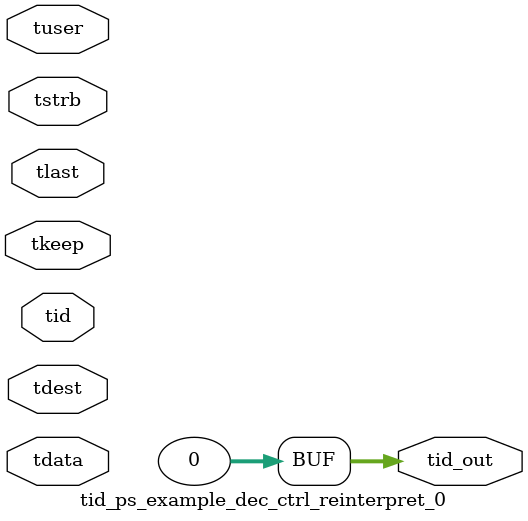
<source format=v>


`timescale 1ps/1ps

module tid_ps_example_dec_ctrl_reinterpret_0 #
(
parameter C_S_AXIS_TID_WIDTH   = 1,
parameter C_S_AXIS_TUSER_WIDTH = 0,
parameter C_S_AXIS_TDATA_WIDTH = 0,
parameter C_S_AXIS_TDEST_WIDTH = 0,
parameter C_M_AXIS_TID_WIDTH   = 32
)
(
input  [(C_S_AXIS_TID_WIDTH   == 0 ? 1 : C_S_AXIS_TID_WIDTH)-1:0       ] tid,
input  [(C_S_AXIS_TDATA_WIDTH == 0 ? 1 : C_S_AXIS_TDATA_WIDTH)-1:0     ] tdata,
input  [(C_S_AXIS_TUSER_WIDTH == 0 ? 1 : C_S_AXIS_TUSER_WIDTH)-1:0     ] tuser,
input  [(C_S_AXIS_TDEST_WIDTH == 0 ? 1 : C_S_AXIS_TDEST_WIDTH)-1:0     ] tdest,
input  [(C_S_AXIS_TDATA_WIDTH/8)-1:0 ] tkeep,
input  [(C_S_AXIS_TDATA_WIDTH/8)-1:0 ] tstrb,
input                                                                    tlast,
output [(C_M_AXIS_TID_WIDTH   == 0 ? 1 : C_M_AXIS_TID_WIDTH)-1:0       ] tid_out
);

assign tid_out = {1'b0};

endmodule


</source>
